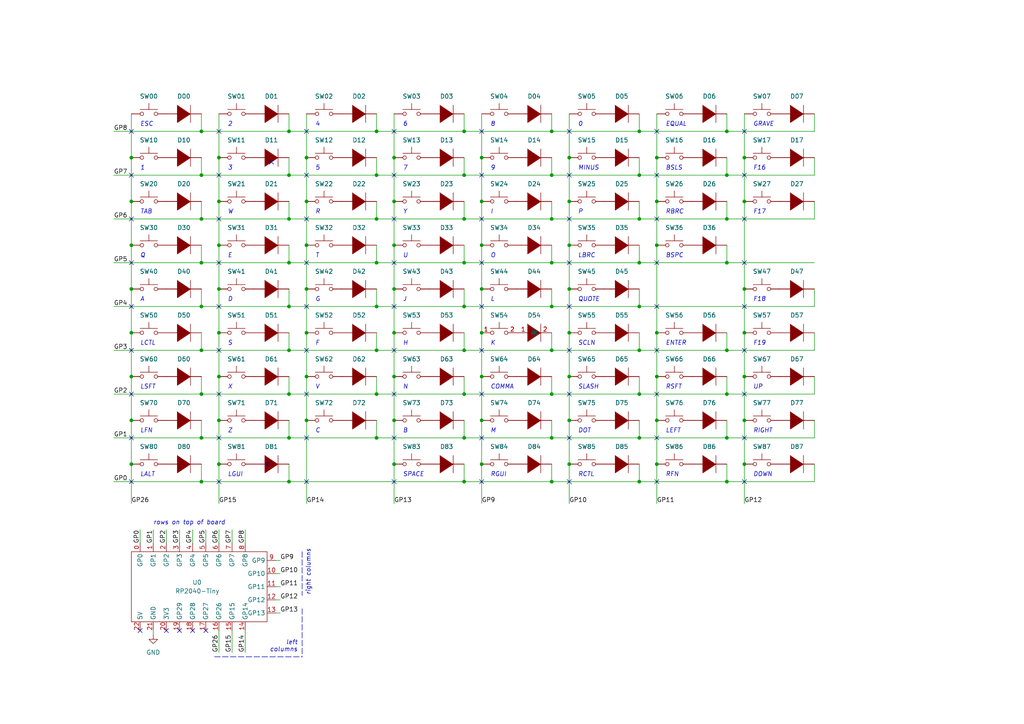
<source format=kicad_sch>
(kicad_sch (version 20211123) (generator eeschema)
  (paper "A4")
  (title_block (title "Keybird") (date "2023-06-29") (rev "0"))
  (junction (at 114.3 58.42))
  (junction (at 134.62 63.5))
  (junction (at 38.1 45.72))
  (junction (at 109.22 88.9))
  (junction (at 114.3 45.72))
  (junction (at 210.82 50.8))
  (junction (at 83.82 127))
  (junction (at 38.1 96.52))
  (junction (at 185.42 38.1))
  (junction (at 114.3 134.62))
  (junction (at 190.5 71.12))
  (junction (at 185.42 76.2))
  (junction (at 63.5 45.72))
  (junction (at 114.3 121.92))
  (junction (at 190.5 109.22))
  (junction (at 88.9 71.12))
  (junction (at 165.1 134.62))
  (junction (at 139.7 134.62))
  (junction (at 185.42 63.5))
  (junction (at 63.5 96.52))
  (junction (at 63.5 58.42))
  (junction (at 114.3 71.12))
  (junction (at 88.9 109.22))
  (junction (at 38.1 58.42))
  (junction (at 38.1 121.92))
  (junction (at 88.9 96.52))
  (junction (at 190.5 58.42))
  (junction (at 38.1 71.12))
  (junction (at 58.42 139.7))
  (junction (at 139.7 96.52))
  (junction (at 134.62 139.7))
  (junction (at 38.1 83.82))
  (junction (at 185.42 114.3))
  (junction (at 114.3 109.22))
  (junction (at 210.82 101.6))
  (junction (at 58.42 127))
  (junction (at 139.7 83.82))
  (junction (at 83.82 88.9))
  (junction (at 114.3 96.52))
  (junction (at 215.9 83.82))
  (junction (at 63.5 121.92))
  (junction (at 210.82 127))
  (junction (at 134.62 76.2))
  (junction (at 210.82 38.1))
  (junction (at 190.5 45.72))
  (junction (at 165.1 83.82))
  (junction (at 58.42 38.1))
  (junction (at 134.62 114.3))
  (junction (at 215.9 96.52))
  (junction (at 160.02 63.5))
  (junction (at 215.9 134.62))
  (junction (at 134.62 88.9))
  (junction (at 83.82 63.5))
  (junction (at 160.02 101.6))
  (junction (at 88.9 83.82))
  (junction (at 38.1 134.62))
  (junction (at 160.02 38.1))
  (junction (at 88.9 58.42))
  (junction (at 109.22 114.3))
  (junction (at 165.1 71.12))
  (junction (at 109.22 101.6))
  (junction (at 88.9 45.72))
  (junction (at 160.02 114.3))
  (junction (at 88.9 121.92))
  (junction (at 134.62 101.6))
  (junction (at 63.5 71.12))
  (junction (at 190.5 96.52))
  (junction (at 58.42 50.8))
  (junction (at 134.62 50.8))
  (junction (at 185.42 127))
  (junction (at 109.22 63.5))
  (junction (at 139.7 45.72))
  (junction (at 165.1 109.22))
  (junction (at 210.82 63.5))
  (junction (at 210.82 76.2))
  (junction (at 114.3 83.82))
  (junction (at 83.82 114.3))
  (junction (at 58.42 63.5))
  (junction (at 215.9 121.92))
  (junction (at 139.7 58.42))
  (junction (at 109.22 38.1))
  (junction (at 58.42 88.9))
  (junction (at 160.02 139.7))
  (junction (at 160.02 127))
  (junction (at 210.82 139.7))
  (junction (at 215.9 109.22))
  (junction (at 38.1 109.22))
  (junction (at 185.42 101.6))
  (junction (at 160.02 50.8))
  (junction (at 190.5 134.62))
  (junction (at 83.82 50.8))
  (junction (at 63.5 83.82))
  (junction (at 185.42 50.8))
  (junction (at 165.1 96.52))
  (junction (at 58.42 114.3))
  (junction (at 160.02 88.9))
  (junction (at 139.7 71.12))
  (junction (at 215.9 45.72))
  (junction (at 210.82 114.3))
  (junction (at 58.42 101.6))
  (junction (at 109.22 50.8))
  (junction (at 165.1 121.92))
  (junction (at 134.62 127))
  (junction (at 63.5 109.22))
  (junction (at 190.5 121.92))
  (junction (at 63.5 134.62))
  (junction (at 160.02 76.2))
  (junction (at 58.42 76.2))
  (junction (at 139.7 109.22))
  (junction (at 185.42 88.9))
  (junction (at 109.22 76.2))
  (junction (at 165.1 45.72))
  (junction (at 83.82 101.6))
  (junction (at 83.82 76.2))
  (junction (at 165.1 58.42))
  (junction (at 109.22 127))
  (junction (at 83.82 38.1))
  (junction (at 185.42 139.7))
  (junction (at 134.62 38.1))
  (junction (at 83.82 139.7))
  (junction (at 139.7 121.92))
  (junction (at 215.9 58.42))
  (no_connect (at 88.9 88.9))
  (no_connect (at 114.3 38.1))
  (no_connect (at 165.1 76.2))
  (no_connect (at 88.9 114.3))
  (no_connect (at 114.3 50.8))
  (no_connect (at 165.1 38.1))
  (no_connect (at 190.5 50.8))
  (no_connect (at 63.5 63.5))
  (no_connect (at 139.7 101.6))
  (no_connect (at 215.9 114.3))
  (no_connect (at 52.07 182.88))
  (no_connect (at 215.9 88.9))
  (no_connect (at 139.7 114.3))
  (no_connect (at 38.1 101.6))
  (no_connect (at 165.1 63.5))
  (no_connect (at 88.9 50.8))
  (no_connect (at 40.64 182.88))
  (no_connect (at 215.9 63.5))
  (no_connect (at 77.47 134.62))
  (no_connect (at 139.7 50.8))
  (no_connect (at 114.3 63.5))
  (no_connect (at 38.1 38.1))
  (no_connect (at 139.7 38.1))
  (no_connect (at 38.1 114.3))
  (no_connect (at 190.5 101.6))
  (no_connect (at 38.1 50.8))
  (no_connect (at 63.5 139.7))
  (no_connect (at 165.1 139.7))
  (no_connect (at 63.5 88.9))
  (no_connect (at 114.3 101.6))
  (no_connect (at 190.5 63.5))
  (no_connect (at 114.3 114.3))
  (no_connect (at 38.1 127))
  (no_connect (at 38.1 139.7))
  (no_connect (at 139.7 76.2))
  (no_connect (at 165.1 127))
  (no_connect (at 139.7 88.9))
  (no_connect (at 139.7 139.7))
  (no_connect (at 88.9 139.7))
  (no_connect (at 38.1 88.9))
  (no_connect (at 88.9 38.1))
  (no_connect (at 78.74 46.99))
  (no_connect (at 190.5 88.9))
  (no_connect (at 165.1 114.3))
  (no_connect (at 114.3 127))
  (no_connect (at 38.1 63.5))
  (no_connect (at 165.1 101.6))
  (no_connect (at 114.3 88.9))
  (no_connect (at 190.5 114.3))
  (no_connect (at 63.5 50.8))
  (no_connect (at 165.1 88.9))
  (no_connect (at 114.3 139.7))
  (no_connect (at 63.5 76.2))
  (no_connect (at 139.7 127))
  (no_connect (at 165.1 50.8))
  (no_connect (at 48.26 182.88))
  (no_connect (at 38.1 76.2))
  (no_connect (at 215.9 139.7))
  (no_connect (at 63.5 101.6))
  (no_connect (at 88.9 76.2))
  (no_connect (at 63.5 127))
  (no_connect (at 215.9 101.6))
  (no_connect (at 190.5 139.7))
  (no_connect (at 190.5 76.2))
  (no_connect (at 114.3 76.2))
  (no_connect (at 88.9 101.6))
  (no_connect (at 215.9 50.8))
  (no_connect (at 215.9 127))
  (no_connect (at 63.5 38.1))
  (no_connect (at 63.5 114.3))
  (no_connect (at 139.7 63.5))
  (no_connect (at 215.9 76.2))
  (no_connect (at 88.9 63.5))
  (no_connect (at 59.69 182.88))
  (no_connect (at 55.88 182.88))
  (no_connect (at 215.9 38.1))
  (no_connect (at 190.5 127))
  (no_connect (at 190.5 38.1))
  (no_connect (at 88.9 127))
  (wire (pts (xy 83.82 96.52) (xy 83.82 101.6)))
  (wire (pts (xy 215.9 45.72) (xy 215.9 58.42)))
  (wire (pts (xy 190.5 121.92) (xy 190.5 134.62)))
  (wire (pts (xy 114.3 96.52) (xy 114.3 109.22)))
  (wire (pts (xy 88.9 33.02) (xy 88.9 45.72)))
  (wire (pts (xy 83.82 114.3) (xy 109.22 114.3)))
  (wire (pts (xy 109.22 58.42) (xy 109.22 63.5)))
  (wire (pts (xy 58.42 127) (xy 83.82 127)))
  (wire (pts (xy 134.62 33.02) (xy 134.62 38.1)))
  (wire (pts (xy 160.02 96.52) (xy 160.02 101.6)))
  (wire (pts (xy 210.82 58.42) (xy 210.82 63.5)))
  (wire (pts (xy 114.3 45.72) (xy 114.3 58.42)))
  (wire (pts (xy 185.42 96.52) (xy 185.42 101.6)))
  (wire (pts (xy 210.82 45.72) (xy 210.82 50.8)))
  (wire (pts (xy 63.5 153.67) (xy 63.5 157.48)))
  (wire (pts (xy 83.82 139.7) (xy 134.62 139.7)))
  (wire (pts (xy 134.62 76.2) (xy 160.02 76.2)))
  (wire (pts (xy 165.1 134.62) (xy 165.1 146.05)))
  (wire (pts (xy 236.22 63.5) (xy 236.22 58.42)))
  (wire (pts (xy 83.82 38.1) (xy 109.22 38.1)))
  (wire (pts (xy 109.22 38.1) (xy 134.62 38.1)))
  (wire (pts (xy 67.31 153.67) (xy 67.31 157.48)))
  (wire (pts (xy 134.62 63.5) (xy 160.02 63.5)))
  (wire (pts (xy 134.62 101.6) (xy 160.02 101.6)))
  (wire (pts (xy 71.12 189.23) (xy 71.12 182.88)))
  (wire (pts (xy 190.5 109.22) (xy 190.5 121.92)))
  (wire (pts (xy 83.82 121.92) (xy 83.82 127)))
  (wire (pts (xy 109.22 109.22) (xy 109.22 114.3)))
  (wire (pts (xy 58.42 38.1) (xy 83.82 38.1)))
  (wire (pts (xy 160.02 76.2) (xy 185.42 76.2)))
  (wire (pts (xy 134.62 83.82) (xy 134.62 88.9)))
  (wire (pts (xy 236.22 134.62) (xy 236.22 139.7)))
  (wire (pts (xy 58.42 63.5) (xy 83.82 63.5)))
  (wire (pts (xy 210.82 114.3) (xy 236.22 114.3)))
  (wire (pts (xy 114.3 109.22) (xy 114.3 121.92)))
  (wire (pts (xy 134.62 134.62) (xy 134.62 139.7)))
  (wire (pts (xy 215.9 33.02) (xy 215.9 45.72)))
  (polyline (pts (xy 87.63 176.53) (xy 87.63 190.5)))
  (wire (pts (xy 83.82 109.22) (xy 83.82 114.3)))
  (wire (pts (xy 83.82 76.2) (xy 109.22 76.2)))
  (wire (pts (xy 33.02 101.6) (xy 58.42 101.6)))
  (wire (pts (xy 134.62 45.72) (xy 134.62 50.8)))
  (wire (pts (xy 165.1 71.12) (xy 165.1 83.82)))
  (wire (pts (xy 63.5 45.72) (xy 63.5 58.42)))
  (wire (pts (xy 185.42 58.42) (xy 185.42 63.5)))
  (wire (pts (xy 134.62 114.3) (xy 160.02 114.3)))
  (wire (pts (xy 83.82 88.9) (xy 109.22 88.9)))
  (wire (pts (xy 33.02 50.8) (xy 58.42 50.8)))
  (wire (pts (xy 185.42 127) (xy 210.82 127)))
  (wire (pts (xy 33.02 114.3) (xy 58.42 114.3)))
  (wire (pts (xy 33.02 76.2) (xy 58.42 76.2)))
  (wire (pts (xy 114.3 33.02) (xy 114.3 45.72)))
  (wire (pts (xy 185.42 76.2) (xy 210.82 76.2)))
  (wire (pts (xy 44.45 153.67) (xy 44.45 157.48)))
  (wire (pts (xy 160.02 114.3) (xy 185.42 114.3)))
  (wire (pts (xy 134.62 88.9) (xy 160.02 88.9)))
  (wire (pts (xy 165.1 45.72) (xy 165.1 58.42)))
  (wire (pts (xy 83.82 33.02) (xy 83.82 38.1)))
  (wire (pts (xy 160.02 33.02) (xy 160.02 38.1)))
  (wire (pts (xy 134.62 58.42) (xy 134.62 63.5)))
  (wire (pts (xy 236.22 101.6) (xy 236.22 96.52)))
  (wire (pts (xy 109.22 33.02) (xy 109.22 38.1)))
  (wire (pts (xy 83.82 127) (xy 109.22 127)))
  (wire (pts (xy 83.82 58.42) (xy 83.82 63.5)))
  (wire (pts (xy 38.1 109.22) (xy 38.1 121.92)))
  (wire (pts (xy 109.22 101.6) (xy 134.62 101.6)))
  (wire (pts (xy 63.5 83.82) (xy 63.5 96.52)))
  (wire (pts (xy 109.22 76.2) (xy 134.62 76.2)))
  (wire (pts (xy 58.42 101.6) (xy 83.82 101.6)))
  (wire (pts (xy 109.22 88.9) (xy 134.62 88.9)))
  (polyline (pts (xy 62.23 190.5) (xy 87.63 190.5)))
  (wire (pts (xy 81.28 173.99) (xy 80.01 173.99)))
  (wire (pts (xy 33.02 127) (xy 58.42 127)))
  (wire (pts (xy 58.42 45.72) (xy 58.42 50.8)))
  (wire (pts (xy 134.62 109.22) (xy 134.62 114.3)))
  (wire (pts (xy 134.62 139.7) (xy 160.02 139.7)))
  (wire (pts (xy 190.5 58.42) (xy 190.5 71.12)))
  (wire (pts (xy 38.1 33.02) (xy 38.1 45.72)))
  (wire (pts (xy 139.7 96.52) (xy 139.7 109.22)))
  (wire (pts (xy 210.82 127) (xy 236.22 127)))
  (wire (pts (xy 83.82 101.6) (xy 109.22 101.6)))
  (wire (pts (xy 63.5 121.92) (xy 63.5 134.62)))
  (wire (pts (xy 160.02 139.7) (xy 185.42 139.7)))
  (wire (pts (xy 185.42 139.7) (xy 210.82 139.7)))
  (wire (pts (xy 81.28 177.8) (xy 80.01 177.8)))
  (wire (pts (xy 38.1 71.12) (xy 38.1 83.82)))
  (wire (pts (xy 81.28 170.18) (xy 80.01 170.18)))
  (wire (pts (xy 58.42 96.52) (xy 58.42 101.6)))
  (wire (pts (xy 109.22 121.92) (xy 109.22 127)))
  (wire (pts (xy 83.82 63.5) (xy 109.22 63.5)))
  (wire (pts (xy 185.42 38.1) (xy 210.82 38.1)))
  (wire (pts (xy 81.28 166.37) (xy 80.01 166.37)))
  (wire (pts (xy 215.9 134.62) (xy 215.9 146.05)))
  (wire (pts (xy 109.22 50.8) (xy 134.62 50.8)))
  (wire (pts (xy 38.1 58.42) (xy 38.1 71.12)))
  (wire (pts (xy 63.5 109.22) (xy 63.5 121.92)))
  (wire (pts (xy 185.42 45.72) (xy 185.42 50.8)))
  (wire (pts (xy 48.26 153.67) (xy 48.26 157.48)))
  (wire (pts (xy 190.5 71.12) (xy 190.5 96.52)))
  (wire (pts (xy 160.02 38.1) (xy 185.42 38.1)))
  (wire (pts (xy 190.5 96.52) (xy 190.5 109.22)))
  (wire (pts (xy 83.82 45.72) (xy 83.82 50.8)))
  (wire (pts (xy 58.42 71.12) (xy 58.42 76.2)))
  (wire (pts (xy 55.88 153.67) (xy 55.88 157.48)))
  (wire (pts (xy 58.42 109.22) (xy 58.42 114.3)))
  (wire (pts (xy 215.9 109.22) (xy 215.9 121.92)))
  (wire (pts (xy 58.42 50.8) (xy 83.82 50.8)))
  (wire (pts (xy 109.22 114.3) (xy 134.62 114.3)))
  (wire (pts (xy 185.42 134.62) (xy 185.42 139.7)))
  (wire (pts (xy 210.82 71.12) (xy 210.82 76.2)))
  (wire (pts (xy 38.1 96.52) (xy 38.1 109.22)))
  (wire (pts (xy 210.82 50.8) (xy 236.22 50.8)))
  (wire (pts (xy 185.42 101.6) (xy 210.82 101.6)))
  (wire (pts (xy 236.22 50.8) (xy 236.22 45.72)))
  (wire (pts (xy 81.28 162.56) (xy 80.01 162.56)))
  (wire (pts (xy 38.1 134.62) (xy 38.1 146.05)))
  (wire (pts (xy 185.42 114.3) (xy 210.82 114.3)))
  (wire (pts (xy 236.22 88.9) (xy 236.22 83.82)))
  (wire (pts (xy 185.42 121.92) (xy 185.42 127)))
  (wire (pts (xy 109.22 127) (xy 134.62 127)))
  (wire (pts (xy 40.64 153.67) (xy 40.64 157.48)))
  (wire (pts (xy 44.45 182.88) (xy 44.45 184.15)))
  (wire (pts (xy 88.9 83.82) (xy 88.9 96.52)))
  (wire (pts (xy 58.42 58.42) (xy 58.42 63.5)))
  (wire (pts (xy 210.82 76.2) (xy 236.22 76.2)))
  (wire (pts (xy 185.42 71.12) (xy 185.42 76.2)))
  (wire (pts (xy 134.62 121.92) (xy 134.62 127)))
  (wire (pts (xy 210.82 109.22) (xy 210.82 114.3)))
  (wire (pts (xy 58.42 134.62) (xy 58.42 139.7)))
  (wire (pts (xy 52.07 153.67) (xy 52.07 157.48)))
  (wire (pts (xy 58.42 88.9) (xy 83.82 88.9)))
  (wire (pts (xy 63.5 189.23) (xy 63.5 182.88)))
  (wire (pts (xy 160.02 127) (xy 185.42 127)))
  (wire (pts (xy 190.5 45.72) (xy 190.5 58.42)))
  (wire (pts (xy 185.42 63.5) (xy 210.82 63.5)))
  (wire (pts (xy 109.22 63.5) (xy 134.62 63.5)))
  (wire (pts (xy 139.7 58.42) (xy 139.7 71.12)))
  (wire (pts (xy 58.42 76.2) (xy 83.82 76.2)))
  (wire (pts (xy 63.5 71.12) (xy 63.5 83.82)))
  (wire (pts (xy 160.02 109.22) (xy 160.02 114.3)))
  (wire (pts (xy 185.42 33.02) (xy 185.42 38.1)))
  (wire (pts (xy 114.3 71.12) (xy 114.3 83.82)))
  (wire (pts (xy 88.9 121.92) (xy 88.9 146.05)))
  (wire (pts (xy 160.02 101.6) (xy 185.42 101.6)))
  (wire (pts (xy 33.02 63.5) (xy 58.42 63.5)))
  (wire (pts (xy 160.02 63.5) (xy 185.42 63.5)))
  (wire (pts (xy 160.02 58.42) (xy 160.02 63.5)))
  (wire (pts (xy 165.1 96.52) (xy 165.1 109.22)))
  (wire (pts (xy 160.02 71.12) (xy 160.02 76.2)))
  (wire (pts (xy 139.7 109.22) (xy 139.7 121.92)))
  (wire (pts (xy 83.82 50.8) (xy 109.22 50.8)))
  (wire (pts (xy 134.62 50.8) (xy 160.02 50.8)))
  (wire (pts (xy 33.02 88.9) (xy 58.42 88.9)))
  (wire (pts (xy 58.42 33.02) (xy 58.42 38.1)))
  (wire (pts (xy 88.9 96.52) (xy 88.9 109.22)))
  (wire (pts (xy 83.82 83.82) (xy 83.82 88.9)))
  (wire (pts (xy 114.3 58.42) (xy 114.3 71.12)))
  (wire (pts (xy 139.7 45.72) (xy 139.7 58.42)))
  (wire (pts (xy 160.02 88.9) (xy 185.42 88.9)))
  (wire (pts (xy 210.82 101.6) (xy 236.22 101.6)))
  (wire (pts (xy 67.31 189.23) (xy 67.31 182.88)))
  (wire (pts (xy 210.82 121.92) (xy 210.82 127)))
  (wire (pts (xy 139.7 83.82) (xy 139.7 96.52)))
  (wire (pts (xy 114.3 83.82) (xy 114.3 96.52)))
  (wire (pts (xy 58.42 121.92) (xy 58.42 127)))
  (wire (pts (xy 215.9 96.52) (xy 215.9 109.22)))
  (wire (pts (xy 58.42 139.7) (xy 83.82 139.7)))
  (wire (pts (xy 114.3 134.62) (xy 114.3 146.05)))
  (wire (pts (xy 160.02 134.62) (xy 160.02 139.7)))
  (wire (pts (xy 88.9 71.12) (xy 88.9 83.82)))
  (wire (pts (xy 215.9 121.92) (xy 215.9 134.62)))
  (wire (pts (xy 139.7 134.62) (xy 139.7 146.05)))
  (wire (pts (xy 165.1 83.82) (xy 165.1 96.52)))
  (wire (pts (xy 139.7 71.12) (xy 139.7 83.82)))
  (wire (pts (xy 88.9 109.22) (xy 88.9 121.92)))
  (wire (pts (xy 38.1 45.72) (xy 38.1 58.42)))
  (wire (pts (xy 134.62 38.1) (xy 160.02 38.1)))
  (wire (pts (xy 160.02 45.72) (xy 160.02 50.8)))
  (wire (pts (xy 63.5 96.52) (xy 63.5 109.22)))
  (wire (pts (xy 109.22 83.82) (xy 109.22 88.9)))
  (wire (pts (xy 236.22 114.3) (xy 236.22 109.22)))
  (wire (pts (xy 165.1 121.92) (xy 165.1 134.62)))
  (wire (pts (xy 210.82 38.1) (xy 236.22 38.1)))
  (wire (pts (xy 165.1 109.22) (xy 165.1 121.92)))
  (wire (pts (xy 33.02 139.7) (xy 58.42 139.7)))
  (wire (pts (xy 210.82 134.62) (xy 210.82 139.7)))
  (wire (pts (xy 165.1 33.02) (xy 165.1 45.72)))
  (wire (pts (xy 160.02 50.8) (xy 185.42 50.8)))
  (wire (pts (xy 134.62 127) (xy 160.02 127)))
  (wire (pts (xy 134.62 96.52) (xy 134.62 101.6)))
  (wire (pts (xy 236.22 38.1) (xy 236.22 33.02)))
  (wire (pts (xy 210.82 96.52) (xy 210.82 101.6)))
  (wire (pts (xy 185.42 109.22) (xy 185.42 114.3)))
  (wire (pts (xy 38.1 83.82) (xy 38.1 96.52)))
  (wire (pts (xy 139.7 33.02) (xy 139.7 45.72)))
  (wire (pts (xy 165.1 58.42) (xy 165.1 71.12)))
  (wire (pts (xy 114.3 121.92) (xy 114.3 134.62)))
  (wire (pts (xy 83.82 71.12) (xy 83.82 76.2)))
  (wire (pts (xy 38.1 121.92) (xy 38.1 134.62)))
  (wire (pts (xy 190.5 134.62) (xy 190.5 146.05)))
  (wire (pts (xy 210.82 139.7) (xy 236.22 139.7)))
  (wire (pts (xy 109.22 71.12) (xy 109.22 76.2)))
  (wire (pts (xy 210.82 63.5) (xy 236.22 63.5)))
  (wire (pts (xy 59.69 153.67) (xy 59.69 157.48)))
  (wire (pts (xy 185.42 88.9) (xy 236.22 88.9)))
  (polyline (pts (xy 87.63 160.02) (xy 87.63 172.72)))
  (wire (pts (xy 63.5 58.42) (xy 63.5 71.12)))
  (wire (pts (xy 58.42 83.82) (xy 58.42 88.9)))
  (wire (pts (xy 185.42 83.82) (xy 185.42 88.9)))
  (wire (pts (xy 160.02 121.92) (xy 160.02 127)))
  (wire (pts (xy 83.82 134.62) (xy 83.82 139.7)))
  (wire (pts (xy 160.02 83.82) (xy 160.02 88.9)))
  (wire (pts (xy 134.62 71.12) (xy 134.62 76.2)))
  (wire (pts (xy 185.42 50.8) (xy 210.82 50.8)))
  (wire (pts (xy 88.9 45.72) (xy 88.9 58.42)))
  (wire (pts (xy 236.22 127) (xy 236.22 121.92)))
  (wire (pts (xy 33.02 38.1) (xy 58.42 38.1)))
  (wire (pts (xy 71.12 153.67) (xy 71.12 157.48)))
  (wire (pts (xy 215.9 58.42) (xy 215.9 83.82)))
  (wire (pts (xy 190.5 33.02) (xy 190.5 45.72)))
  (wire (pts (xy 63.5 33.02) (xy 63.5 45.72)))
  (wire (pts (xy 139.7 121.92) (xy 139.7 134.62)))
  (wire (pts (xy 109.22 45.72) (xy 109.22 50.8)))
  (wire (pts (xy 210.82 33.02) (xy 210.82 38.1)))
  (wire (pts (xy 63.5 134.62) (xy 63.5 146.05)))
  (wire (pts (xy 58.42 114.3) (xy 83.82 114.3)))
  (wire (pts (xy 88.9 58.42) (xy 88.9 71.12)))
  (wire (pts (xy 215.9 83.82) (xy 215.9 96.52)))
  (wire (pts (xy 109.22 96.52) (xy 109.22 101.6)))
  (text "Y" (at 116.84 62.23 0) (effects (font (size 1.27 1.27) italic) (justify left bottom)))
  (text "right columns" (at 90.17 172.72 90) (effects (font (size 1.27 1.27) italic) (justify left bottom)))
  (text "BSPC" (at 193.04 74.93 0) (effects (font (size 1.27 1.27) italic) (justify left bottom)))
  (text "RIGHT" (at 218.44 125.73 0) (effects (font (size 1.27 1.27) italic) (justify left bottom)))
  (text "H" (at 116.84 100.33 0) (effects (font (size 1.27 1.27) italic) (justify left bottom)))
  (text "SCLN" (at 167.64 100.33 0) (effects (font (size 1.27 1.27) italic) (justify left bottom)))
  (text "9" (at 142.24 49.53 0) (effects (font (size 1.27 1.27) italic) (justify left bottom)))
  (text "RBRC" (at 193.04 62.23 0) (effects (font (size 1.27 1.27) italic) (justify left bottom)))
  (text "2" (at 66.04 36.83 0) (effects (font (size 1.27 1.27) italic) (justify left bottom)))
  (text "UP" (at 218.44 113.03 0) (effects (font (size 1.27 1.27) italic) (justify left bottom)))
  (text "MINUS" (at 167.64 49.53 0) (effects (font (size 1.27 1.27) italic) (justify left bottom)))
  (text "RGUI" (at 142.24 138.43 0) (effects (font (size 1.27 1.27) italic) (justify left bottom)))
  (text "R" (at 91.44 62.23 0) (effects (font (size 1.27 1.27) italic) (justify left bottom)))
  (text "M" (at 142.24 125.73 0) (effects (font (size 1.27 1.27) italic) (justify left bottom)))
  (text "T" (at 91.44 74.93 0) (effects (font (size 1.27 1.27) italic) (justify left bottom)))
  (text "ENTER" (at 193.04 100.33 0) (effects (font (size 1.27 1.27) italic) (justify left bottom)))
  (text "P" (at 167.64 62.23 0) (effects (font (size 1.27 1.27) italic) (justify left bottom)))
  (text "E" (at 66.04 74.93 0) (effects (font (size 1.27 1.27) italic) (justify left bottom)))
  (text "rows on top of board" (at 44.45 152.4 0) (effects (font (size 1.27 1.27) italic) (justify left bottom)))
  (text "O" (at 142.24 74.93 0) (effects (font (size 1.27 1.27) italic) (justify left bottom)))
  (text "G" (at 91.44 87.63 0) (effects (font (size 1.27 1.27) italic) (justify left bottom)))
  (text "RCTL" (at 167.64 138.43 0) (effects (font (size 1.27 1.27) italic) (justify left bottom)))
  (text "LALT" (at 40.64 138.43 0) (effects (font (size 1.27 1.27) italic) (justify left bottom)))
  (text "B" (at 116.84 125.73 0) (effects (font (size 1.27 1.27) italic) (justify left bottom)))
  (text "QUOTE" (at 167.64 87.63 0) (effects (font (size 1.27 1.27) italic) (justify left bottom)))
  (text "F17" (at 218.44 62.23 0) (effects (font (size 1.27 1.27) italic) (justify left bottom)))
  (text "L" (at 142.24 87.63 0) (effects (font (size 1.27 1.27) italic) (justify left bottom)))
  (text "F18" (at 218.44 87.63 0) (effects (font (size 1.27 1.27) italic) (justify left bottom)))
  (text "RFN" (at 193.04 138.43 0) (effects (font (size 1.27 1.27) italic) (justify left bottom)))
  (text "DOWN" (at 218.44 138.43 0) (effects (font (size 1.27 1.27) italic) (justify left bottom)))
  (text "8" (at 142.24 36.83 0) (effects (font (size 1.27 1.27) italic) (justify left bottom)))
  (text "SLASH" (at 167.64 113.03 0) (effects (font (size 1.27 1.27) italic) (justify left bottom)))
  (text "Q" (at 40.64 74.93 0) (effects (font (size 1.27 1.27) italic) (justify left bottom)))
  (text "LCTL" (at 40.64 100.33 0) (effects (font (size 1.27 1.27) italic) (justify left bottom)))
  (text "X" (at 66.04 113.03 0) (effects (font (size 1.27 1.27) italic) (justify left bottom)))
  (text "RSFT" (at 193.04 113.03 0) (effects (font (size 1.27 1.27) italic) (justify left bottom)))
  (text "4" (at 91.44 36.83 0) (effects (font (size 1.27 1.27) italic) (justify left bottom)))
  (text "6" (at 116.84 36.83 0) (effects (font (size 1.27 1.27) italic) (justify left bottom)))
  (text "3" (at 66.04 49.53 0) (effects (font (size 1.27 1.27) italic) (justify left bottom)))
  (text "D" (at 66.04 87.63 0) (effects (font (size 1.27 1.27) italic) (justify left bottom)))
  (text "LBRC" (at 167.64 74.93 0) (effects (font (size 1.27 1.27) italic) (justify left bottom)))
  (text "DOT" (at 167.64 125.73 0) (effects (font (size 1.27 1.27) italic) (justify left bottom)))
  (text "C" (at 91.44 125.73 0) (effects (font (size 1.27 1.27) italic) (justify left bottom)))
  (text "F" (at 91.44 100.33 0) (effects (font (size 1.27 1.27) italic) (justify left bottom)))
  (text "W" (at 66.04 62.23 0) (effects (font (size 1.27 1.27) italic) (justify left bottom)))
  (text "K" (at 142.24 100.33 0) (effects (font (size 1.27 1.27) italic) (justify left bottom)))
  (text "5" (at 91.44 49.53 0) (effects (font (size 1.27 1.27) italic) (justify left bottom)))
  (text "N" (at 116.84 113.03 0) (effects (font (size 1.27 1.27) italic) (justify left bottom)))
  (text "COMMA" (at 142.24 113.03 0) (effects (font (size 1.27 1.27) italic) (justify left bottom)))
  (text "LGUI" (at 66.04 138.43 0) (effects (font (size 1.27 1.27) italic) (justify left bottom)))
  (text "BSLS" (at 193.04 49.53 0) (effects (font (size 1.27 1.27) italic) (justify left bottom)))
  (text "LEFT" (at 193.04 125.73 0) (effects (font (size 1.27 1.27) italic) (justify left bottom)))
  (text "F16" (at 218.44 49.53 0) (effects (font (size 1.27 1.27) italic) (justify left bottom)))
  (text "S" (at 66.04 100.33 0) (effects (font (size 1.27 1.27) italic) (justify left bottom)))
  (text "GRAVE" (at 218.44 36.83 0) (effects (font (size 1.27 1.27) italic) (justify left bottom)))
  (text "U" (at 116.84 74.93 0) (effects (font (size 1.27 1.27) italic) (justify left bottom)))
  (text "ESC" (at 40.64 36.83 0) (effects (font (size 1.27 1.27) italic) (justify left bottom)))
  (text "EQUAL" (at 193.04 36.83 0) (effects (font (size 1.27 1.27) italic) (justify left bottom)))
  (text "left\ncolumns" (at 86.36 189.23 180) (effects (font (size 1.27 1.27) italic) (justify right bottom)))
  (text "LFN" (at 40.64 125.73 0) (effects (font (size 1.27 1.27) italic) (justify left bottom)))
  (text "1" (at 40.64 49.53 0) (effects (font (size 1.27 1.27) italic) (justify left bottom)))
  (text "TAB" (at 40.64 62.23 0) (effects (font (size 1.27 1.27) italic) (justify left bottom)))
  (text "I" (at 142.24 62.23 0) (effects (font (size 1.27 1.27) italic) (justify left bottom)))
  (text "V" (at 91.44 113.03 0) (effects (font (size 1.27 1.27) italic) (justify left bottom)))
  (text "0" (at 167.64 36.83 0) (effects (font (size 1.27 1.27) italic) (justify left bottom)))
  (text "A" (at 40.64 87.63 0) (effects (font (size 1.27 1.27) italic) (justify left bottom)))
  (text "LSFT" (at 40.64 113.03 0) (effects (font (size 1.27 1.27) italic) (justify left bottom)))
  (text "F19" (at 218.44 100.33 0) (effects (font (size 1.27 1.27) italic) (justify left bottom)))
  (text "J" (at 116.84 87.63 0) (effects (font (size 1.27 1.27) italic) (justify left bottom)))
  (text "SPACE" (at 116.84 138.43 0) (effects (font (size 1.27 1.27) italic) (justify left bottom)))
  (text "7" (at 116.84 49.53 0) (effects (font (size 1.27 1.27) italic) (justify left bottom)))
  (text "Z" (at 66.04 125.73 0) (effects (font (size 1.27 1.27) italic) (justify left bottom)))
  (label "GP9" (at 139.7 146.05 0))
  (label "GP11" (at 81.28 170.18 0))
  (label "GP11" (at 190.5 146.05 0))
  (label "GP7" (at 33.02 50.8 0))
  (label "GP12" (at 81.28 173.99 0))
  (label "GP13" (at 81.28 177.8 0))
  (label "GP4" (at 55.88 153.67 270))
  (label "GP3" (at 33.02 101.6 0))
  (label "GP9" (at 81.28 162.56 0))
  (label "GP7" (at 67.31 153.67 270))
  (label "GP10" (at 165.1 146.05 0))
  (label "GP10" (at 81.28 166.37 0))
  (label "GP0" (at 40.64 153.67 270))
  (label "GP6" (at 33.02 63.5 0))
  (label "GP13" (at 114.3 146.05 0))
  (label "GP5" (at 33.02 76.2 0))
  (label "GP14" (at 71.12 189.23 90))
  (label "GP5" (at 59.69 153.67 270))
  (label "GP26" (at 63.5 189.23 90))
  (label "GP1" (at 33.02 127 0))
  (label "GP3" (at 52.07 153.67 270))
  (label "GP26" (at 38.1 146.05 0))
  (label "GP2" (at 33.02 114.3 0))
  (label "GP6" (at 63.5 153.67 270))
  (label "GP15" (at 67.31 189.23 90))
  (label "GP8" (at 33.02 38.1 0))
  (label "GP4" (at 33.02 88.9 0))
  (label "GP12" (at 215.9 146.05 0))
  (label "GP0" (at 33.02 139.7 0))
  (label "GP2" (at 48.26 153.67 270))
  (label "GP15" (at 63.5 146.05 0))
  (label "GP14" (at 88.9 146.05 0))
  (label "GP8" (at 71.12 153.67 270))
  (label "GP1" (at 44.45 153.67 270))
  (symbol (lib_id "Switch:SW_Push") (at 68.58 134.62 0) (unit 1)
    (property "Reference" "SW81" (at 68.58 129.54 0))
    (property "Value" "SW_Push" (effects hide))
    (property "Footprint" "Switch_Keyboard_Hotswap_Kailh:SW_Hotswap_Kailh_MX_1.25u" (effects hide))
  )
  (symbol (lib_id "Switch:SW_Push") (at 68.58 83.82 0) (unit 1)
    (property "Reference" "SW41" (at 68.58 78.74 0))
    (property "Value" "SW_Push" (effects hide))
    (property "Footprint" "Switch_Keyboard_Hotswap_Kailh:SW_Hotswap_Kailh_MX_1.00u" (effects hide))
  )
  (symbol (lib_id "Switch:SW_Push") (at 144.78 33.02 0) (unit 1)
    (property "Reference" "SW04" (at 144.78 27.94 0))
    (property "Value" "SW_Push" (effects hide))
    (property "Footprint" "Switch_Keyboard_Hotswap_Kailh:SW_Hotswap_Kailh_MX_1.00u" (effects hide))
  )
  (symbol (lib_id "pspice:DIODE") (at 104.14 96.52 0) (unit 1)
    (property "Reference" "D52" (at 104.14 91.44 0))
    (property "Value" "DIODE" (effects hide))
    (property "Footprint" "Diode_SMD:D_SOD-123" (effects hide))
  )
  (symbol (lib_id "pspice:DIODE") (at 154.94 109.22 0) (unit 1)
    (property "Reference" "D64" (at 154.94 104.14 0))
    (property "Value" "DIODE" (effects hide))
    (property "Footprint" "Diode_SMD:D_SOD-123" (effects hide))
  )
  (symbol (lib_id "Switch:SW_Push") (at 144.78 134.62 0) (unit 1)
    (property "Reference" "SW84" (at 144.78 129.54 0))
    (property "Value" "SW_Push" (effects hide))
    (property "Footprint" "Switch_Keyboard_Hotswap_Kailh:SW_Hotswap_Kailh_MX_1.00u" (effects hide))
  )
  (symbol (lib_id "Switch:SW_Push") (at 195.58 33.02 0) (unit 1)
    (property "Reference" "SW06" (at 195.58 27.94 0))
    (property "Value" "SW_Push" (effects hide))
    (property "Footprint" "Switch_Keyboard_Hotswap_Kailh:SW_Hotswap_Kailh_MX_1.00u" (effects hide))
  )
  (symbol (lib_id "Switch:SW_Push") (at 119.38 96.52 0) (unit 1)
    (property "Reference" "SW53" (at 119.38 91.44 0))
    (property "Value" "SW_Push" (effects hide))
    (property "Footprint" "Switch_Keyboard_Hotswap_Kailh:SW_Hotswap_Kailh_MX_1.00u" (effects hide))
  )
  (symbol (lib_id "Switch:SW_Push") (at 195.58 96.52 0) (unit 1)
    (property "Reference" "SW56" (at 195.58 91.44 0))
    (property "Value" "SW_Push" (effects hide))
    (property "Footprint" "Switch_Keyboard_Hotswap_Kailh:SW_Hotswap_Kailh_MX_2.25u" (effects hide))
  )
  (symbol (lib_id "pspice:DIODE") (at 154.94 83.82 0) (unit 1)
    (property "Reference" "D44" (at 154.94 78.74 0))
    (property "Value" "DIODE" (effects hide))
    (property "Footprint" "Diode_SMD:D_SOD-123" (effects hide))
  )
  (symbol (lib_id "Switch:SW_Push") (at 43.18 71.12 0) (unit 1)
    (property "Reference" "SW30" (at 43.18 66.04 0))
    (property "Value" "SW_Push" (effects hide))
    (property "Footprint" "Switch_Keyboard_Hotswap_Kailh:SW_Hotswap_Kailh_MX_1.00u" (effects hide))
  )
  (symbol (lib_id "Switch:SW_Push") (at 93.98 109.22 0) (unit 1)
    (property "Reference" "SW62" (at 93.98 104.14 0))
    (property "Value" "SW_Push" (effects hide))
    (property "Footprint" "Switch_Keyboard_Hotswap_Kailh:SW_Hotswap_Kailh_MX_1.00u" (effects hide))
  )
  (symbol (lib_id "Switch:SW_Push") (at 220.98 109.22 0) (unit 1)
    (property "Reference" "SW67" (at 220.98 104.14 0))
    (property "Value" "SW_Push" (effects hide))
    (property "Footprint" "Switch_Keyboard_Hotswap_Kailh:SW_Hotswap_Kailh_MX_1.00u" (effects hide))
  )
  (symbol (lib_id "pspice:DIODE") (at 129.54 71.12 0) (unit 1)
    (property "Reference" "D33" (at 129.54 66.04 0))
    (property "Value" "DIODE" (effects hide))
    (property "Footprint" "Diode_SMD:D_SOD-123" (effects hide))
  )
  (symbol (lib_id "Switch:SW_Push") (at 93.98 121.92 0) (unit 1)
    (property "Reference" "SW72" (at 93.98 116.84 0))
    (property "Value" "SW_Push" (effects hide))
    (property "Footprint" "Switch_Keyboard_Hotswap_Kailh:SW_Hotswap_Kailh_MX_1.00u" (effects hide))
  )
  (symbol (lib_id "pspice:DIODE") (at 104.14 121.92 0) (unit 1)
    (property "Reference" "D72" (at 104.14 116.84 0))
    (property "Value" "DIODE" (effects hide))
    (property "Footprint" "Diode_SMD:D_SOD-123" (effects hide))
  )
  (symbol (lib_id "Switch:SW_Push") (at 93.98 58.42 0) (unit 1)
    (property "Reference" "SW22" (at 93.98 53.34 0))
    (property "Value" "SW_Push" (effects hide))
    (property "Footprint" "Switch_Keyboard_Hotswap_Kailh:SW_Hotswap_Kailh_MX_1.00u" (effects hide))
  )
  (symbol (lib_id "Switch:SW_Push") (at 170.18 58.42 0) (unit 1)
    (property "Reference" "SW25" (at 170.18 53.34 0))
    (property "Value" "SW_Push" (effects hide))
    (property "Footprint" "Switch_Keyboard_Hotswap_Kailh:SW_Hotswap_Kailh_MX_1.00u" (effects hide))
  )
  (symbol (lib_id "pspice:DIODE") (at 180.34 71.12 0) (unit 1)
    (property "Reference" "D35" (at 180.34 66.04 0))
    (property "Value" "DIODE" (effects hide))
    (property "Footprint" "Diode_SMD:D_SOD-123" (effects hide))
  )
  (symbol (lib_id "pspice:DIODE") (at 205.74 109.22 0) (unit 1)
    (property "Reference" "D66" (at 205.74 104.14 0))
    (property "Value" "DIODE" (effects hide))
    (property "Footprint" "Diode_SMD:D_SOD-123" (effects hide))
  )
  (symbol (lib_id "Switch:SW_Push") (at 93.98 45.72 0) (unit 1)
    (property "Reference" "SW12" (at 93.98 40.64 0))
    (property "Value" "SW_Push" (effects hide))
    (property "Footprint" "Switch_Keyboard_Hotswap_Kailh:SW_Hotswap_Kailh_MX_1.00u" (effects hide))
  )
  (symbol (lib_id "pspice:DIODE") (at 53.34 58.42 0) (unit 1)
    (property "Reference" "D20" (at 53.34 53.34 0))
    (property "Value" "DIODE" (effects hide))
    (property "Footprint" "Diode_SMD:D_SOD-123" (effects hide))
  )
  (symbol (lib_id "pspice:DIODE") (at 231.14 109.22 0) (unit 1)
    (property "Reference" "D67" (at 231.14 104.14 0))
    (property "Value" "DIODE" (effects hide))
    (property "Footprint" "Diode_SMD:D_SOD-123" (effects hide))
  )
  (symbol (lib_id "pspice:DIODE") (at 53.34 33.02 0) (unit 1)
    (property "Reference" "D00" (at 53.34 27.94 0))
    (property "Value" "DIODE" (effects hide))
    (property "Footprint" "Diode_SMD:D_SOD-123" (effects hide))
  )
  (symbol (lib_id "Switch:SW_Push") (at 119.38 33.02 0) (unit 1)
    (property "Reference" "SW03" (at 119.38 27.94 0))
    (property "Value" "SW_Push" (effects hide))
    (property "Footprint" "Switch_Keyboard_Hotswap_Kailh:SW_Hotswap_Kailh_MX_1.00u" (effects hide))
  )
  (symbol (lib_id "pspice:DIODE") (at 53.34 45.72 0) (unit 1)
    (property "Reference" "D10" (at 53.34 40.64 0))
    (property "Value" "DIODE" (effects hide))
    (property "Footprint" "Diode_SMD:D_SOD-123" (effects hide))
  )
  (symbol (lib_id "pspice:DIODE") (at 129.54 109.22 0) (unit 1)
    (property "Reference" "D63" (at 129.54 104.14 0))
    (property "Value" "DIODE" (effects hide))
    (property "Footprint" "Diode_SMD:D_SOD-123" (effects hide))
  )
  (symbol (lib_id "Switch:SW_Push") (at 43.18 45.72 0) (unit 1)
    (property "Reference" "SW10" (at 43.18 40.64 0))
    (property "Value" "SW_Push" (effects hide))
    (property "Footprint" "Switch_Keyboard_Hotswap_Kailh:SW_Hotswap_Kailh_MX_1.00u" (effects hide))
  )
  (symbol (lib_id "pspice:DIODE") (at 205.74 58.42 0) (unit 1)
    (property "Reference" "D26" (at 205.74 53.34 0))
    (property "Value" "DIODE" (effects hide))
    (property "Footprint" "Diode_SMD:D_SOD-123" (effects hide))
  )
  (symbol (lib_id "pspice:DIODE") (at 78.74 134.62 0) (unit 1)
    (property "Reference" "D81" (at 78.74 129.54 0))
    (property "Value" "DIODE" (effects hide))
    (property "Footprint" "Diode_SMD:D_SOD-123" (effects hide))
  )
  (symbol (lib_id "pspice:DIODE") (at 231.14 134.62 0) (unit 1)
    (property "Reference" "D87" (at 231.14 129.54 0))
    (property "Value" "DIODE" (effects hide))
    (property "Footprint" "Diode_SMD:D_SOD-123" (effects hide))
  )
  (symbol (lib_name "DIODE_1") (lib_id "pspice:DIODE") (at 154.94 96.52 0) (unit 1)
    (property "Reference" "D54" (at 154.94 91.44 0))
    (property "Value" "DIODE" (effects hide))
    (property "Footprint" "Diode_SMD:D_SOD-123" (effects hide))
  )
  (symbol (lib_id "Switch:SW_Push") (at 119.38 121.92 0) (unit 1)
    (property "Reference" "SW73" (at 119.38 116.84 0))
    (property "Value" "SW_Push" (effects hide))
    (property "Footprint" "Switch_Keyboard_Hotswap_Kailh:SW_Hotswap_Kailh_MX_1.00u" (effects hide))
  )
  (symbol (lib_id "pspice:DIODE") (at 78.74 33.02 0) (unit 1)
    (property "Reference" "D01" (at 78.74 27.94 0))
    (property "Value" "DIODE" (effects hide))
    (property "Footprint" "Diode_SMD:D_SOD-123" (effects hide))
  )
  (symbol (lib_id "Switch:SW_Push") (at 68.58 121.92 0) (unit 1)
    (property "Reference" "SW71" (at 68.58 116.84 0))
    (property "Value" "SW_Push" (effects hide))
    (property "Footprint" "Switch_Keyboard_Hotswap_Kailh:SW_Hotswap_Kailh_MX_1.00u" (effects hide))
  )
  (symbol (lib_id "pspice:DIODE") (at 129.54 45.72 0) (unit 1)
    (property "Reference" "D13" (at 129.54 40.64 0))
    (property "Value" "DIODE" (effects hide))
    (property "Footprint" "Diode_SMD:D_SOD-123" (effects hide))
  )
  (symbol (lib_id "Switch:SW_Push") (at 43.18 109.22 0) (unit 1)
    (property "Reference" "SW60" (at 43.18 104.14 0))
    (property "Value" "SW_Push" (effects hide))
    (property "Footprint" "Switch_Keyboard_Hotswap_Kailh:SW_Hotswap_Kailh_MX_2.25u" (effects hide))
  )
  (symbol (lib_id "pspice:DIODE") (at 104.14 83.82 0) (unit 1)
    (property "Reference" "D42" (at 104.14 78.74 0))
    (property "Value" "DIODE" (effects hide))
    (property "Footprint" "Diode_SMD:D_SOD-123" (effects hide))
  )
  (symbol (lib_id "Switch:SW_Push") (at 68.58 33.02 0) (unit 1)
    (property "Reference" "SW01" (at 68.58 27.94 0))
    (property "Value" "SW_Push" (effects hide))
    (property "Footprint" "Switch_Keyboard_Hotswap_Kailh:SW_Hotswap_Kailh_MX_1.00u" (effects hide))
  )
  (symbol (lib_id "pspice:DIODE") (at 154.94 71.12 0) (unit 1)
    (property "Reference" "D34" (at 154.94 66.04 0))
    (property "Value" "DIODE" (effects hide))
    (property "Footprint" "Diode_SMD:D_SOD-123" (effects hide))
  )
  (symbol (lib_id "Switch:SW_Push") (at 144.78 109.22 0) (unit 1)
    (property "Reference" "SW64" (at 144.78 104.14 0))
    (property "Value" "SW_Push" (effects hide))
    (property "Footprint" "Switch_Keyboard_Hotswap_Kailh:SW_Hotswap_Kailh_MX_1.00u" (effects hide))
  )
  (symbol (lib_id "Switch:SW_Push") (at 43.18 121.92 0) (unit 1)
    (property "Reference" "SW70" (at 43.18 116.84 0))
    (property "Value" "SW_Push" (effects hide))
    (property "Footprint" "Switch_Keyboard_Hotswap_Kailh:SW_Hotswap_Kailh_MX_1.25u" (effects hide))
  )
  (symbol (lib_id "pspice:DIODE") (at 129.54 134.62 0) (unit 1)
    (property "Reference" "D83" (at 129.54 129.54 0))
    (property "Value" "DIODE" (effects hide))
    (property "Footprint" "Diode_SMD:D_SOD-123" (effects hide))
  )
  (symbol (lib_id "pspice:DIODE") (at 180.34 96.52 0) (unit 1)
    (property "Reference" "D55" (at 180.34 91.44 0))
    (property "Value" "DIODE" (effects hide))
    (property "Footprint" "Diode_SMD:D_SOD-123" (effects hide))
  )
  (symbol (lib_id "Switch:SW_Push") (at 220.98 134.62 0) (unit 1)
    (property "Reference" "SW87" (at 220.98 129.54 0))
    (property "Value" "SW_Push" (effects hide))
    (property "Footprint" "Switch_Keyboard_Hotswap_Kailh:SW_Hotswap_Kailh_MX_1.00u" (effects hide))
  )
  (symbol (lib_id "pspice:DIODE") (at 180.34 83.82 0) (unit 1)
    (property "Reference" "D45" (at 180.34 78.74 0))
    (property "Value" "DIODE" (effects hide))
    (property "Footprint" "Diode_SMD:D_SOD-123" (effects hide))
  )
  (symbol (lib_id "pspice:DIODE") (at 154.94 45.72 0) (unit 1)
    (property "Reference" "D14" (at 154.94 40.64 0))
    (property "Value" "DIODE" (effects hide))
    (property "Footprint" "Diode_SMD:D_SOD-123" (effects hide))
  )
  (symbol (lib_id "MCU_Module:RP2040-Tiny") (at 57.15 170.18 0) (unit 1)
    (property "Reference" "U0" (at 57.15 168.91 0))
    (property "Value" "RP2040-Tiny" (at 50.8 171.45 0) (effects (justify left)))
    (property "Footprint" "Module:RP2040-Tiny" (effects hide))
  )
  (symbol (lib_id "Switch:SW_Push") (at 119.38 134.62 0) (unit 1)
    (property "Reference" "SW83" (at 119.38 129.54 0))
    (property "Value" "SW_Push" (effects hide))
    (property "Footprint" "Switch_Keyboard_Hotswap_Kailh:SW_Hotswap_Kailh_MX_6.25u" (effects hide))
  )
  (symbol (lib_id "pspice:DIODE") (at 129.54 96.52 0) (unit 1)
    (property "Reference" "D53" (at 129.54 91.44 0))
    (property "Value" "DIODE" (effects hide))
    (property "Footprint" "Diode_SMD:D_SOD-123" (effects hide))
  )
  (symbol (lib_id "pspice:DIODE") (at 78.74 109.22 0) (unit 1)
    (property "Reference" "D61" (at 78.74 104.14 0))
    (property "Value" "DIODE" (effects hide))
    (property "Footprint" "Diode_SMD:D_SOD-123" (effects hide))
  )
  (symbol (lib_id "Switch:SW_Push") (at 93.98 83.82 0) (unit 1)
    (property "Reference" "SW42" (at 93.98 78.74 0))
    (property "Value" "SW_Push" (effects hide))
    (property "Footprint" "Switch_Keyboard_Hotswap_Kailh:SW_Hotswap_Kailh_MX_1.00u" (effects hide))
  )
  (symbol (lib_id "Switch:SW_Push") (at 170.18 83.82 0) (unit 1)
    (property "Reference" "SW45" (at 170.18 78.74 0))
    (property "Value" "SW_Push" (effects hide))
    (property "Footprint" "Switch_Keyboard_Hotswap_Kailh:SW_Hotswap_Kailh_MX_1.00u" (effects hide))
  )
  (symbol (lib_id "pspice:DIODE") (at 205.74 71.12 0) (unit 1)
    (property "Reference" "D36" (at 205.74 66.04 0))
    (property "Value" "DIODE" (effects hide))
    (property "Footprint" "Diode_SMD:D_SOD-123" (effects hide))
  )
  (symbol (lib_id "Switch:SW_Push") (at 220.98 121.92 0) (unit 1)
    (property "Reference" "SW77" (at 220.98 116.84 0))
    (property "Value" "SW_Push" (effects hide))
    (property "Footprint" "Switch_Keyboard_Hotswap_Kailh:SW_Hotswap_Kailh_MX_1.00u" (effects hide))
  )
  (symbol (lib_id "pspice:DIODE") (at 180.34 134.62 0) (unit 1)
    (property "Reference" "D85" (at 180.34 129.54 0))
    (property "Value" "DIODE" (effects hide))
    (property "Footprint" "Diode_SMD:D_SOD-123" (effects hide))
  )
  (symbol (lib_id "Switch:SW_Push") (at 43.18 83.82 0) (unit 1)
    (property "Reference" "SW40" (at 43.18 78.74 0))
    (property "Value" "SW_Push" (effects hide))
    (property "Footprint" "Switch_Keyboard_Hotswap_Kailh:SW_Hotswap_Kailh_MX_1.00u" (effects hide))
  )
  (symbol (lib_id "pspice:DIODE") (at 104.14 109.22 0) (unit 1)
    (property "Reference" "D62" (at 104.14 104.14 0))
    (property "Value" "DIODE" (effects hide))
    (property "Footprint" "Diode_SMD:D_SOD-123" (effects hide))
  )
  (symbol (lib_id "Switch:SW_Push") (at 144.78 58.42 0) (unit 1)
    (property "Reference" "SW24" (at 144.78 53.34 0))
    (property "Value" "SW_Push" (effects hide))
    (property "Footprint" "Switch_Keyboard_Hotswap_Kailh:SW_Hotswap_Kailh_MX_1.00u" (effects hide))
  )
  (symbol (lib_id "Switch:SW_Push") (at 220.98 96.52 0) (unit 1)
    (property "Reference" "SW57" (at 220.98 91.44 0))
    (property "Value" "SW_Push" (effects hide))
    (property "Footprint" "Switch_Keyboard_Hotswap_Kailh:SW_Hotswap_Kailh_MX_1.00u" (effects hide))
  )
  (symbol (lib_id "Switch:SW_Push") (at 220.98 83.82 0) (unit 1)
    (property "Reference" "SW47" (at 220.98 78.74 0))
    (property "Value" "SW_Push" (effects hide))
    (property "Footprint" "Switch_Keyboard_Hotswap_Kailh:SW_Hotswap_Kailh_MX_1.00u" (effects hide))
  )
  (symbol (lib_id "pspice:DIODE") (at 231.14 33.02 0) (unit 1)
    (property "Reference" "D07" (at 231.14 27.94 0))
    (property "Value" "DIODE" (effects hide))
    (property "Footprint" "Diode_SMD:D_SOD-123" (effects hide))
  )
  (symbol (lib_id "Switch:SW_Push") (at 119.38 45.72 0) (unit 1)
    (property "Reference" "SW13" (at 119.38 40.64 0))
    (property "Value" "SW_Push" (effects hide))
    (property "Footprint" "Switch_Keyboard_Hotswap_Kailh:SW_Hotswap_Kailh_MX_1.00u" (effects hide))
  )
  (symbol (lib_id "Switch:SW_Push") (at 119.38 71.12 0) (unit 1)
    (property "Reference" "SW33" (at 119.38 66.04 0))
    (property "Value" "SW_Push" (effects hide))
    (property "Footprint" "Switch_Keyboard_Hotswap_Kailh:SW_Hotswap_Kailh_MX_1.00u" (effects hide))
  )
  (symbol (lib_id "Switch:SW_Push") (at 170.18 33.02 0) (unit 1)
    (property "Reference" "SW05" (at 170.18 27.94 0))
    (property "Value" "SW_Push" (effects hide))
    (property "Footprint" "Switch_Keyboard_Hotswap_Kailh:SW_Hotswap_Kailh_MX_1.00u" (effects hide))
  )
  (symbol (lib_id "pspice:DIODE") (at 53.34 109.22 0) (unit 1)
    (property "Reference" "D60" (at 53.34 104.14 0))
    (property "Value" "DIODE" (effects hide))
    (property "Footprint" "Diode_SMD:D_SOD-123" (effects hide))
  )
  (symbol (lib_name "SW_Push_1") (lib_id "Switch:SW_Push") (at 144.78 96.52 0) (unit 1)
    (property "Reference" "SW54" (at 144.78 91.44 0))
    (property "Value" "SW_Push" (effects hide))
    (property "Footprint" "Switch_Keyboard_Hotswap_Kailh:SW_Hotswap_Kailh_MX_1.00u" (effects hide))
  )
  (symbol (lib_id "pspice:DIODE") (at 78.74 83.82 0) (unit 1)
    (property "Reference" "D41" (at 78.74 78.74 0))
    (property "Value" "DIODE" (effects hide))
    (property "Footprint" "Diode_SMD:D_SOD-123" (effects hide))
  )
  (symbol (lib_id "Switch:SW_Push") (at 43.18 58.42 0) (unit 1)
    (property "Reference" "SW20" (at 43.18 53.34 0))
    (property "Value" "SW_Push" (effects hide))
    (property "Footprint" "Switch_Keyboard_Hotswap_Kailh:SW_Hotswap_Kailh_MX_1.50u" (effects hide))
  )
  (symbol (lib_id "Switch:SW_Push") (at 170.18 45.72 0) (unit 1)
    (property "Reference" "SW15" (at 170.18 40.64 0))
    (property "Value" "SW_Push" (effects hide))
    (property "Footprint" "Switch_Keyboard_Hotswap_Kailh:SW_Hotswap_Kailh_MX_1.00u" (effects hide))
  )
  (symbol (lib_id "pspice:DIODE") (at 129.54 58.42 0) (unit 1)
    (property "Reference" "D23" (at 129.54 53.34 0))
    (property "Value" "DIODE" (effects hide))
    (property "Footprint" "Diode_SMD:D_SOD-123" (effects hide))
  )
  (symbol (lib_id "Switch:SW_Push") (at 144.78 71.12 0) (unit 1)
    (property "Reference" "SW34" (at 144.78 66.04 0))
    (property "Value" "SW_Push" (effects hide))
    (property "Footprint" "Switch_Keyboard_Hotswap_Kailh:SW_Hotswap_Kailh_MX_1.00u" (effects hide))
  )
  (symbol (lib_id "Switch:SW_Push") (at 195.58 58.42 0) (unit 1)
    (property "Reference" "SW26" (at 195.58 53.34 0))
    (property "Value" "SW_Push" (effects hide))
    (property "Footprint" "Switch_Keyboard_Hotswap_Kailh:SW_Hotswap_Kailh_MX_1.00u" (effects hide))
  )
  (symbol (lib_id "Switch:SW_Push") (at 195.58 109.22 0) (unit 1)
    (property "Reference" "SW66" (at 195.58 104.14 0))
    (property "Value" "SW_Push" (effects hide))
    (property "Footprint" "Switch_Keyboard_Hotswap_Kailh:SW_Hotswap_Kailh_MX_1.75u" (effects hide))
  )
  (symbol (lib_id "Switch:SW_Push") (at 68.58 96.52 0) (unit 1)
    (property "Reference" "SW51" (at 68.58 91.44 0))
    (property "Value" "SW_Push" (effects hide))
    (property "Footprint" "Switch_Keyboard_Hotswap_Kailh:SW_Hotswap_Kailh_MX_1.00u" (effects hide))
  )
  (symbol (lib_id "Switch:SW_Push") (at 170.18 109.22 0) (unit 1)
    (property "Reference" "SW65" (at 170.18 104.14 0))
    (property "Value" "SW_Push" (effects hide))
    (property "Footprint" "Switch_Keyboard_Hotswap_Kailh:SW_Hotswap_Kailh_MX_1.00u" (effects hide))
  )
  (symbol (lib_id "pspice:DIODE") (at 154.94 58.42 0) (unit 1)
    (property "Reference" "D24" (at 154.94 53.34 0))
    (property "Value" "DIODE" (effects hide))
    (property "Footprint" "Diode_SMD:D_SOD-123" (effects hide))
  )
  (symbol (lib_id "pspice:DIODE") (at 78.74 121.92 0) (unit 1)
    (property "Reference" "D71" (at 78.74 116.84 0))
    (property "Value" "DIODE" (effects hide))
    (property "Footprint" "Diode_SMD:D_SOD-123" (effects hide))
  )
  (symbol (lib_id "pspice:DIODE") (at 78.74 96.52 0) (unit 1)
    (property "Reference" "D51" (at 78.74 91.44 0))
    (property "Value" "DIODE" (effects hide))
    (property "Footprint" "Diode_SMD:D_SOD-123" (effects hide))
  )
  (symbol (lib_id "Switch:SW_Push") (at 220.98 45.72 0) (unit 1)
    (property "Reference" "SW17" (at 220.98 40.64 0))
    (property "Value" "SW_Push" (effects hide))
    (property "Footprint" "Switch_Keyboard_Hotswap_Kailh:SW_Hotswap_Kailh_MX_1.00u" (effects hide))
  )
  (symbol (lib_id "Switch:SW_Push") (at 144.78 83.82 0) (unit 1)
    (property "Reference" "SW44" (at 144.78 78.74 0))
    (property "Value" "SW_Push" (effects hide))
    (property "Footprint" "Switch_Keyboard_Hotswap_Kailh:SW_Hotswap_Kailh_MX_1.00u" (effects hide))
  )
  (symbol (lib_id "Switch:SW_Push") (at 43.18 33.02 0) (unit 1)
    (property "Reference" "SW00" (at 43.18 27.94 0))
    (property "Value" "SW_Push" (effects hide))
    (property "Footprint" "Switch_Keyboard_Hotswap_Kailh:SW_Hotswap_Kailh_MX_1.00u" (effects hide))
  )
  (symbol (lib_id "pspice:DIODE") (at 104.14 33.02 0) (unit 1)
    (property "Reference" "D02" (at 104.14 27.94 0))
    (property "Value" "DIODE" (effects hide))
    (property "Footprint" "Diode_SMD:D_SOD-123" (effects hide))
  )
  (symbol (lib_id "Switch:SW_Push") (at 170.18 96.52 0) (unit 1)
    (property "Reference" "SW55" (at 170.18 91.44 0))
    (property "Value" "SW_Push" (effects hide))
    (property "Footprint" "Switch_Keyboard_Hotswap_Kailh:SW_Hotswap_Kailh_MX_1.00u" (effects hide))
  )
  (symbol (lib_id "Switch:SW_Push") (at 195.58 134.62 0) (unit 1)
    (property "Reference" "SW86" (at 195.58 129.54 0))
    (property "Value" "SW_Push" (effects hide))
    (property "Footprint" "Switch_Keyboard_Hotswap_Kailh:SW_Hotswap_Kailh_MX_1.00u" (effects hide))
  )
  (symbol (lib_id "pspice:DIODE") (at 231.14 96.52 0) (unit 1)
    (property "Reference" "D57" (at 231.14 91.44 0))
    (property "Value" "DIODE" (effects hide))
    (property "Footprint" "Diode_SMD:D_SOD-123" (effects hide))
  )
  (symbol (lib_id "pspice:DIODE") (at 104.14 45.72 0) (unit 1)
    (property "Reference" "D12" (at 104.14 40.64 0))
    (property "Value" "DIODE" (effects hide))
    (property "Footprint" "Diode_SMD:D_SOD-123" (effects hide))
  )
  (symbol (lib_id "pspice:DIODE") (at 205.74 121.92 0) (unit 1)
    (property "Reference" "D76" (at 205.74 116.84 0))
    (property "Value" "DIODE" (effects hide))
    (property "Footprint" "Diode_SMD:D_SOD-123" (effects hide))
  )
  (symbol (lib_id "pspice:DIODE") (at 231.14 58.42 0) (unit 1)
    (property "Reference" "D27" (at 231.14 53.34 0))
    (property "Value" "DIODE" (effects hide))
    (property "Footprint" "Diode_SMD:D_SOD-123" (effects hide))
  )
  (symbol (lib_id "pspice:DIODE") (at 205.74 45.72 0) (unit 1)
    (property "Reference" "D16" (at 205.74 40.64 0))
    (property "Value" "DIODE" (effects hide))
    (property "Footprint" "Diode_SMD:D_SOD-123" (effects hide))
  )
  (symbol (lib_id "pspice:DIODE") (at 78.74 58.42 0) (unit 1)
    (property "Reference" "D21" (at 78.74 53.34 0))
    (property "Value" "DIODE" (effects hide))
    (property "Footprint" "Diode_SMD:D_SOD-123" (effects hide))
  )
  (symbol (lib_id "pspice:DIODE") (at 53.34 96.52 0) (unit 1)
    (property "Reference" "D50" (at 53.34 91.44 0))
    (property "Value" "DIODE" (effects hide))
    (property "Footprint" "Diode_SMD:D_SOD-123" (effects hide))
  )
  (symbol (lib_id "pspice:DIODE") (at 180.34 121.92 0) (unit 1)
    (property "Reference" "D75" (at 180.34 116.84 0))
    (property "Value" "DIODE" (effects hide))
    (property "Footprint" "Diode_SMD:D_SOD-123" (effects hide))
  )
  (symbol (lib_id "pspice:DIODE") (at 53.34 134.62 0) (unit 1)
    (property "Reference" "D80" (at 53.34 129.54 0))
    (property "Value" "DIODE" (effects hide))
    (property "Footprint" "Diode_SMD:D_SOD-123" (effects hide))
  )
  (symbol (lib_id "pspice:DIODE") (at 104.14 71.12 0) (unit 1)
    (property "Reference" "D32" (at 104.14 66.04 0))
    (property "Value" "DIODE" (effects hide))
    (property "Footprint" "Diode_SMD:D_SOD-123" (effects hide))
  )
  (symbol (lib_id "Switch:SW_Push") (at 93.98 96.52 0) (unit 1)
    (property "Reference" "SW52" (at 93.98 91.44 0))
    (property "Value" "SW_Push" (effects hide))
    (property "Footprint" "Switch_Keyboard_Hotswap_Kailh:SW_Hotswap_Kailh_MX_1.00u" (effects hide))
  )
  (symbol (lib_id "pspice:DIODE") (at 205.74 134.62 0) (unit 1)
    (property "Reference" "D86" (at 205.74 129.54 0))
    (property "Value" "DIODE" (effects hide))
    (property "Footprint" "Diode_SMD:D_SOD-123" (effects hide))
  )
  (symbol (lib_id "pspice:DIODE") (at 53.34 71.12 0) (unit 1)
    (property "Reference" "D30" (at 53.34 66.04 0))
    (property "Value" "DIODE" (effects hide))
    (property "Footprint" "Diode_SMD:D_SOD-123" (effects hide))
  )
  (symbol (lib_id "Switch:SW_Push") (at 43.18 134.62 0) (unit 1)
    (property "Reference" "SW80" (at 43.18 129.54 0))
    (property "Value" "SW_Push" (effects hide))
    (property "Footprint" "Switch_Keyboard_Hotswap_Kailh:SW_Hotswap_Kailh_MX_1.25u" (effects hide))
  )
  (symbol (lib_id "Switch:SW_Push") (at 68.58 109.22 0) (unit 1)
    (property "Reference" "SW61" (at 68.58 104.14 0))
    (property "Value" "SW_Push" (effects hide))
    (property "Footprint" "Switch_Keyboard_Hotswap_Kailh:SW_Hotswap_Kailh_MX_1.00u" (effects hide))
  )
  (symbol (lib_id "pspice:DIODE") (at 231.14 83.82 0) (unit 1)
    (property "Reference" "D47" (at 231.14 78.74 0))
    (property "Value" "DIODE" (effects hide))
    (property "Footprint" "Diode_SMD:D_SOD-123" (effects hide))
  )
  (symbol (lib_id "Switch:SW_Push") (at 68.58 45.72 0) (unit 1)
    (property "Reference" "SW11" (at 68.58 40.64 0))
    (property "Value" "SW_Push" (effects hide))
    (property "Footprint" "Switch_Keyboard_Hotswap_Kailh:SW_Hotswap_Kailh_MX_1.00u" (effects hide))
  )
  (symbol (lib_id "Switch:SW_Push") (at 119.38 58.42 0) (unit 1)
    (property "Reference" "SW23" (at 119.38 53.34 0))
    (property "Value" "SW_Push" (effects hide))
    (property "Footprint" "Switch_Keyboard_Hotswap_Kailh:SW_Hotswap_Kailh_MX_1.00u" (effects hide))
  )
  (symbol (lib_id "Switch:SW_Push") (at 170.18 121.92 0) (unit 1)
    (property "Reference" "SW75" (at 170.18 116.84 0))
    (property "Value" "SW_Push" (effects hide))
    (property "Footprint" "Switch_Keyboard_Hotswap_Kailh:SW_Hotswap_Kailh_MX_1.00u" (effects hide))
  )
  (symbol (lib_id "pspice:DIODE") (at 180.34 45.72 0) (unit 1)
    (property "Reference" "D15" (at 180.34 40.64 0))
    (property "Value" "DIODE" (effects hide))
    (property "Footprint" "Diode_SMD:D_SOD-123" (effects hide))
  )
  (symbol (lib_id "pspice:DIODE") (at 53.34 121.92 0) (unit 1)
    (property "Reference" "D70" (at 53.34 116.84 0))
    (property "Value" "DIODE" (effects hide))
    (property "Footprint" "Diode_SMD:D_SOD-123" (effects hide))
  )
  (symbol (lib_id "pspice:DIODE") (at 180.34 109.22 0) (unit 1)
    (property "Reference" "D65" (at 180.34 104.14 0))
    (property "Value" "DIODE" (effects hide))
    (property "Footprint" "Diode_SMD:D_SOD-123" (effects hide))
  )
  (symbol (lib_id "power:GND") (at 44.45 184.15 0) (unit 1)
    (property "Reference" "#PWR0101" (effects hide))
    (property "Value" "GND" (at 44.45 189.23 0))
  )
  (symbol (lib_id "Switch:SW_Push") (at 170.18 71.12 0) (unit 1)
    (property "Reference" "SW35" (at 170.18 66.04 0))
    (property "Value" "SW_Push" (effects hide))
    (property "Footprint" "Switch_Keyboard_Hotswap_Kailh:SW_Hotswap_Kailh_MX_1.00u" (effects hide))
  )
  (symbol (lib_id "pspice:DIODE") (at 154.94 121.92 0) (unit 1)
    (property "Reference" "D74" (at 154.94 116.84 0))
    (property "Value" "DIODE" (effects hide))
    (property "Footprint" "Diode_SMD:D_SOD-123" (effects hide))
  )
  (symbol (lib_id "pspice:DIODE") (at 78.74 45.72 0) (unit 1)
    (property "Reference" "D11" (at 78.74 40.64 0))
    (property "Value" "DIODE" (effects hide))
    (property "Footprint" "Diode_SMD:D_SOD-123" (effects hide))
  )
  (symbol (lib_id "Switch:SW_Push") (at 68.58 71.12 0) (unit 1)
    (property "Reference" "SW31" (at 68.58 66.04 0))
    (property "Value" "SW_Push" (effects hide))
    (property "Footprint" "Switch_Keyboard_Hotswap_Kailh:SW_Hotswap_Kailh_MX_1.00u" (effects hide))
  )
  (symbol (lib_id "pspice:DIODE") (at 180.34 33.02 0) (unit 1)
    (property "Reference" "D05" (at 180.34 27.94 0))
    (property "Value" "DIODE" (effects hide))
    (property "Footprint" "Diode_SMD:D_SOD-123" (effects hide))
  )
  (symbol (lib_id "pspice:DIODE") (at 231.14 45.72 0) (unit 1)
    (property "Reference" "D17" (at 231.14 40.64 0))
    (property "Value" "DIODE" (effects hide))
    (property "Footprint" "Diode_SMD:D_SOD-123" (effects hide))
  )
  (symbol (lib_id "pspice:DIODE") (at 231.14 121.92 0) (unit 1)
    (property "Reference" "D77" (at 231.14 116.84 0))
    (property "Value" "DIODE" (effects hide))
    (property "Footprint" "Diode_SMD:D_SOD-123" (effects hide))
  )
  (symbol (lib_id "Switch:SW_Push") (at 195.58 45.72 0) (unit 1)
    (property "Reference" "SW16" (at 195.58 40.64 0))
    (property "Value" "SW_Push" (effects hide))
    (property "Footprint" "Switch_Keyboard_Hotswap_Kailh:SW_Hotswap_Kailh_MX_1.00u" (effects hide))
  )
  (symbol (lib_id "Switch:SW_Push") (at 220.98 33.02 0) (unit 1)
    (property "Reference" "SW07" (at 220.98 27.94 0))
    (property "Value" "SW_Push" (effects hide))
    (property "Footprint" "Switch_Keyboard_Hotswap_Kailh:SW_Hotswap_Kailh_MX_1.00u" (effects hide))
  )
  (symbol (lib_id "pspice:DIODE") (at 129.54 33.02 0) (unit 1)
    (property "Reference" "D03" (at 129.54 27.94 0))
    (property "Value" "DIODE" (effects hide))
    (property "Footprint" "Diode_SMD:D_SOD-123" (effects hide))
  )
  (symbol (lib_id "Switch:SW_Push") (at 220.98 58.42 0) (unit 1)
    (property "Reference" "SW27" (at 220.98 53.34 0))
    (property "Value" "SW_Push" (effects hide))
    (property "Footprint" "Switch_Keyboard_Hotswap_Kailh:SW_Hotswap_Kailh_MX_1.00u" (effects hide))
  )
  (symbol (lib_id "Switch:SW_Push") (at 195.58 121.92 0) (unit 1)
    (property "Reference" "SW76" (at 195.58 116.84 0))
    (property "Value" "SW_Push" (effects hide))
    (property "Footprint" "Switch_Keyboard_Hotswap_Kailh:SW_Hotswap_Kailh_MX_1.00u" (effects hide))
  )
  (symbol (lib_id "Switch:SW_Push") (at 144.78 121.92 0) (unit 1)
    (property "Reference" "SW74" (at 144.78 116.84 0))
    (property "Value" "SW_Push" (effects hide))
    (property "Footprint" "Switch_Keyboard_Hotswap_Kailh:SW_Hotswap_Kailh_MX_1.00u" (effects hide))
  )
  (symbol (lib_id "pspice:DIODE") (at 53.34 83.82 0) (unit 1)
    (property "Reference" "D40" (at 53.34 78.74 0))
    (property "Value" "DIODE" (effects hide))
    (property "Footprint" "Diode_SMD:D_SOD-123" (effects hide))
  )
  (symbol (lib_id "pspice:DIODE") (at 78.74 71.12 0) (unit 1)
    (property "Reference" "D31" (at 78.74 66.04 0))
    (property "Value" "DIODE" (effects hide))
    (property "Footprint" "Diode_SMD:D_SOD-123" (effects hide))
  )
  (symbol (lib_id "Switch:SW_Push") (at 119.38 109.22 0) (unit 1)
    (property "Reference" "SW63" (at 119.38 104.14 0))
    (property "Value" "SW_Push" (effects hide))
    (property "Footprint" "Switch_Keyboard_Hotswap_Kailh:SW_Hotswap_Kailh_MX_1.00u" (effects hide))
  )
  (symbol (lib_id "Switch:SW_Push") (at 68.58 58.42 0) (unit 1)
    (property "Reference" "SW21" (at 68.58 53.34 0))
    (property "Value" "SW_Push" (effects hide))
    (property "Footprint" "Switch_Keyboard_Hotswap_Kailh:SW_Hotswap_Kailh_MX_1.00u" (effects hide))
  )
  (symbol (lib_id "pspice:DIODE") (at 129.54 83.82 0) (unit 1)
    (property "Reference" "D43" (at 129.54 78.74 0))
    (property "Value" "DIODE" (effects hide))
    (property "Footprint" "Diode_SMD:D_SOD-123" (effects hide))
  )
  (symbol (lib_id "Switch:SW_Push") (at 170.18 134.62 0) (unit 1)
    (property "Reference" "SW85" (at 170.18 129.54 0))
    (property "Value" "SW_Push" (effects hide))
    (property "Footprint" "Switch_Keyboard_Hotswap_Kailh:SW_Hotswap_Kailh_MX_1.00u" (effects hide))
  )
  (symbol (lib_id "pspice:DIODE") (at 205.74 33.02 0) (unit 1)
    (property "Reference" "D06" (at 205.74 27.94 0))
    (property "Value" "DIODE" (effects hide))
    (property "Footprint" "Diode_SMD:D_SOD-123" (effects hide))
  )
  (symbol (lib_id "Switch:SW_Push") (at 195.58 71.12 0) (unit 1)
    (property "Reference" "SW36" (at 195.58 66.04 0))
    (property "Value" "SW_Push" (effects hide))
    (property "Footprint" "Switch_Keyboard_Hotswap_Kailh:SW_Hotswap_Kailh_MX_1.50u" (effects hide))
  )
  (symbol (lib_id "Switch:SW_Push") (at 144.78 45.72 0) (unit 1)
    (property "Reference" "SW14" (at 144.78 40.64 0))
    (property "Value" "SW_Push" (effects hide))
    (property "Footprint" "Switch_Keyboard_Hotswap_Kailh:SW_Hotswap_Kailh_MX_1.00u" (effects hide))
  )
  (symbol (lib_id "pspice:DIODE") (at 154.94 33.02 0) (unit 1)
    (property "Reference" "D04" (at 154.94 27.94 0))
    (property "Value" "DIODE" (effects hide))
    (property "Footprint" "Diode_SMD:D_SOD-123" (effects hide))
  )
  (symbol (lib_id "Switch:SW_Push") (at 93.98 33.02 0) (unit 1)
    (property "Reference" "SW02" (at 93.98 27.94 0))
    (property "Value" "SW_Push" (effects hide))
    (property "Footprint" "Switch_Keyboard_Hotswap_Kailh:SW_Hotswap_Kailh_MX_1.00u" (effects hide))
  )
  (symbol (lib_id "pspice:DIODE") (at 129.54 121.92 0) (unit 1)
    (property "Reference" "D73" (at 129.54 116.84 0))
    (property "Value" "DIODE" (effects hide))
    (property "Footprint" "Diode_SMD:D_SOD-123" (effects hide))
  )
  (symbol (lib_id "pspice:DIODE") (at 205.74 96.52 0) (unit 1)
    (property "Reference" "D56" (at 205.74 91.44 0))
    (property "Value" "DIODE" (effects hide))
    (property "Footprint" "Diode_SMD:D_SOD-123" (effects hide))
  )
  (symbol (lib_id "Switch:SW_Push") (at 119.38 83.82 0) (unit 1)
    (property "Reference" "SW43" (at 119.38 78.74 0))
    (property "Value" "SW_Push" (effects hide))
    (property "Footprint" "Switch_Keyboard_Hotswap_Kailh:SW_Hotswap_Kailh_MX_1.00u" (effects hide))
  )
  (symbol (lib_id "pspice:DIODE") (at 180.34 58.42 0) (unit 1)
    (property "Reference" "D25" (at 180.34 53.34 0))
    (property "Value" "DIODE" (effects hide))
    (property "Footprint" "Diode_SMD:D_SOD-123" (effects hide))
  )
  (symbol (lib_id "pspice:DIODE") (at 104.14 58.42 0) (unit 1)
    (property "Reference" "D22" (at 104.14 53.34 0))
    (property "Value" "DIODE" (effects hide))
    (property "Footprint" "Diode_SMD:D_SOD-123" (effects hide))
  )
  (symbol (lib_id "pspice:DIODE") (at 154.94 134.62 0) (unit 1)
    (property "Reference" "D84" (at 154.94 129.54 0))
    (property "Value" "DIODE" (effects hide))
    (property "Footprint" "Diode_SMD:D_SOD-123" (effects hide))
  )
  (symbol (lib_id "Switch:SW_Push") (at 93.98 71.12 0) (unit 1)
    (property "Reference" "SW32" (at 93.98 66.04 0))
    (property "Value" "SW_Push" (effects hide))
    (property "Footprint" "Switch_Keyboard_Hotswap_Kailh:SW_Hotswap_Kailh_MX_1.00u" (effects hide))
  )
  (symbol (lib_id "Switch:SW_Push") (at 43.18 96.52 0) (unit 1)
    (property "Reference" "SW50" (at 43.18 91.44 0))
    (property "Value" "SW_Push" (effects hide))
    (property "Footprint" "Switch_Keyboard_Hotswap_Kailh:SW_Hotswap_Kailh_MX_1.75u" (effects hide))
  )
)
</source>
